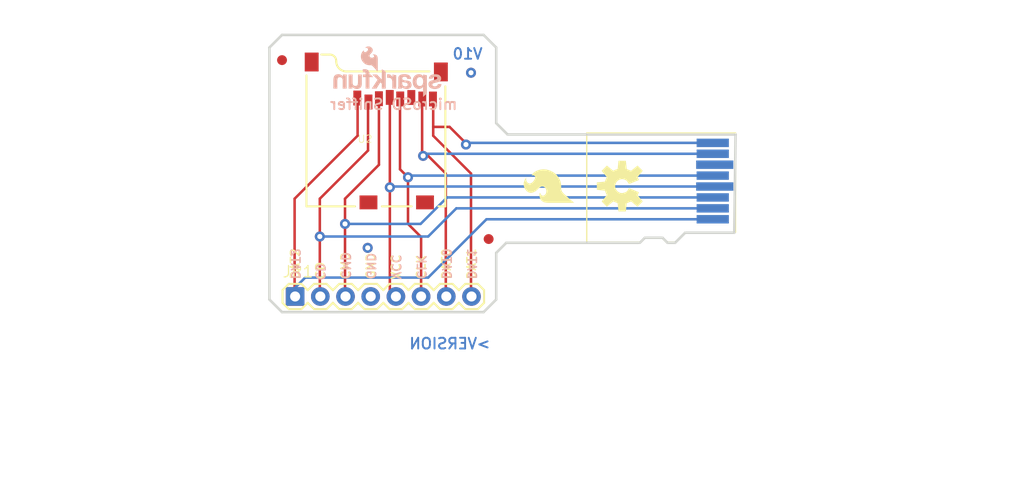
<source format=kicad_pcb>
(kicad_pcb (version 20211014) (generator pcbnew)
  (layers (0 "F.Cu" signal) (1 "In1.Cu" signal) (2 "In2.Cu" signal) (3 "In3.Cu" signal) (4 "In4.Cu" signal) (5 "In5.Cu" signal) (6 "In6.Cu" signal) (7 "In7.Cu" signal) (8 "In8.Cu" signal) (9 "In9.Cu" signal) (10 "In10.Cu" signal) (11 "In11.Cu" signal) (12 "In12.Cu" signal) (13 "In13.Cu" signal) (14 "In14.Cu" signal) (31 "B.Cu" signal) (34 "B.Paste" user) (35 "F.Paste" user) (36 "B.SilkS" user "B.Silkscreen") (37 "F.SilkS" user "F.Silkscreen") (38 "B.Mask" user) (39 "F.Mask" user) (44 "Edge.Cuts" user))
  (net 0 "")
  (net 1 "GND")
  (net 2 "VCC")
  (net 3 "DAT1")
  (net 4 "DAT0")
  (net 5 "CLK")
  (net 6 "CMD")
  (net 7 "CD/DAT3")
  (net 8 "DAT2")
  (footprint "boardEagle:MICRO-SDCARD" (layer "F.Cu") (at 171.9961 111.0742 90)
    (fp_text reference "U1" hide)
    (fp_text value "MICRO-SDCARD" hide)
    (fp_line (start -0.84 -6) (end 0.16 -5) (layer "F.SilkS") (width 0.127))
    (fp_line (start -0.84 -15) (end -0.84 -9.6) (layer "F.SilkS") (width 0.127))
    (fp_line (start -0.84 -7) (end -0.84 -6) (layer "F.SilkS") (width 0.127))
    (fp_line (start 10.16 0) (end 10.16 -15) (layer "F.SilkS") (width 0.127))
    (fp_line (start -0.44 -7.4) (end -0.84 -7) (layer "F.SilkS") (width 0.127))
    (fp_line (start -0.84 -9.6) (end -0.44 -9.2) (layer "F.SilkS") (width 0.127))
    (fp_line (start 10.16 -15) (end -0.84 -15) (layer "F.SilkS") (width 0.127))
    (fp_line (start 0.16 0) (end 10.16 0) (layer "F.SilkS") (width 0.127))
    (fp_line (start -0.44 -9.2) (end -0.44 -7.4) (layer "F.SilkS") (width 0.127))
    (fp_line (start 0.16 -5) (end 0.16 0) (layer "F.SilkS") (width 0.127))
    (pad "CD/DAT3" smd rect (at 2.56 -2.3 90) (size 0.85 3.25) (layers "B.Cu" "B.Paste" "B.Mask") (net 7 "CD/DAT3"))
    (pad "CLK" smd rect (at 5.86 -2.3 90) (size 0.85 3.25) (layers "B.Cu" "B.Paste" "B.Mask") (net 5 "CLK"))
    (pad "CMD" smd rect (at 3.66 -2.3 90) (size 0.85 3.25) (layers "B.Cu" "B.Paste" "B.Mask") (net 6 "CMD"))
    (pad "DAT0" smd rect (at 8.06 -2.3 90) (size 0.85 3.25) (layers "B.Cu" "B.Paste" "B.Mask") (net 4 "DAT0"))
    (pad "DAT1" smd rect (at 9.16 -2.3 90) (size 0.85 3.25) (layers "B.Cu" "B.Paste" "B.Mask") (net 3 "DAT1"))
    (pad "DAT2" smd rect (at 1.46 -2.3 90) (size 0.85 3.25) (layers "B.Cu" "B.Paste" "B.Mask") (net 8 "DAT2"))
    (pad "GND" smd rect (at 6.96 -2.1 270) (size 0.85 3.75) (layers "B.Cu" "B.Paste" "B.Mask") (net 1 "GND"))
    (pad "VCC" smd rect (at 4.76 -2.1 90) (size 0.85 3.75) (layers "B.Cu" "B.Paste" "B.Mask") (net 2 "VCC"))
  )
  (footprint "boardEagle:OSHW-LOGO-M" (layer "F.Cu") (at 160.5661 106.2736 90)
    (fp_text reference "LOGO1" hide)
    (fp_text value "OSHW-LOGOM" hide)
    (fp_poly (pts (xy 0.456253 -1.731155) (xy 0.686517 -1.657461) (xy 0.90147 -1.546765) (xy 1.544319 -2.070947) (xy 2.070947 -1.544319) (xy 1.546765 -0.90147) (xy 1.657461 -0.686517) (xy 1.731155 -0.456253) (xy 2.5564 -0.372471) (xy 2.5564 0.372471) (xy 1.726849 0.456691) (xy 1.54403 0.898116) (xy 2.070947 1.544319) (xy 1.544319 2.070947) (xy 0.901485 1.546777) (xy 0.619704 1.692011) (xy 0.20689 0.695413) (xy 0.531536 0.463602) (xy 0.620727 0.335903) (xy 0.680465 0.187343) (xy 0.705181 0.029147) (xy 0.693603 -0.130552) (xy 0.646327 -0.283537) (xy 0.56579 -0.421919) (xy 0.456131 -0.538592) (xy 0.322994 -0.627547) (xy 0.173234 -0.684204) (xy 0.014564 -0.705647) (xy -0.144865 -0.690774) (xy -0.296837 -0.64035) (xy -0.433527 -0.556972) (xy -0.547914 -0.444923) (xy -0.634099 -0.309982) (xy -0.68765 -0.159084) (xy -0.705283 -0.004638) (xy -0.626355 0.324166) (xy -0.536691 0.458355) (xy -0.414859 0.570967) (xy -0.204203 0.688924) (xy -0.618435 1.688948) (xy -0.821394 1.594769) (xy -0.90323 1.5482) (xy -1.544319 2.070947) (xy -2.070947 1.544319) (xy -1.54403 0.898116) (xy -1.726849 0.456691) (xy -2.5564 0.372471) (xy -2.5564 -0.372471) (xy -1.726849 -0.456691) (xy -1.54403 -0.898116) (xy -2.070947 -1.544319) (xy -1.544319 -2.070947) (xy -0.90147 -1.546765) (xy -0.686517 -1.657461) (xy -0.456253 -1.731155) (xy -0.372471 -2.5564) (xy 0.372471 -2.5564)) (layer "F.SilkS") (width 0) (fill solid))
  )
  (footprint "boardEagle:SFE_LOGO_FLAME_.2" (layer "F.Cu") (at 155.9941 108.3056 90)
    (fp_text reference "LOGO2" hide)
    (fp_text value "SFE_LOGO_FLAME.2_INCH" hide)
    (fp_poly (pts (xy 2.350408 -5.352523) (xy 2.530814 -5.30241) (xy 2.681118 -5.242289) (xy 2.801381 -5.172135) (xy 2.871448 -5.122087) (xy 2.908389 -5.09746) (xy 2.889687 -5.09746) (xy 2.849688 -5.10746) (xy 2.720136 -5.10746) (xy 2.630453 -5.097495) (xy 2.550888 -5.077604) (xy 2.471429 -5.037874) (xy 2.39184 -4.968234) (xy 2.352152 -4.918625) (xy 2.322316 -4.858952) (xy 2.30246 -4.809312) (xy 2.292575 -4.75) (xy 2.302481 -4.690561) (xy 2.322333 -4.621079) (xy 2.362134 -4.561378) (xy 2.412001 -4.481591) (xy 2.461723 -4.431869) (xy 2.531572 -4.371998) (xy 2.671313 -4.272184) (xy 2.750927 -4.232377) (xy 2.890355 -4.19254) (xy 2.959477 -4.19254) (xy 3.028551 -4.222143) (xy 3.077983 -4.271575) (xy 3.107574 -4.320894) (xy 3.127418 -4.439957) (xy 3.11746 -4.489748) (xy 3.11746 -4.554583) (xy 3.281592 -4.452001) (xy 3.452057 -4.281535) (xy 3.582326 -4.041038) (xy 3.682475 -3.760623) (xy 3.732551 -3.430119) (xy 3.71252 -3.079583) (xy 3.612378 -2.71907) (xy 3.422151 -2.348628) (xy 3.281933 -2.168348) (xy 3.13171 -2.00811) (xy 2.961453 -1.877913) (xy 2.771205 -1.757757) (xy 2.570861 -1.667602) (xy 2.350494 -1.607502) (xy 2.110158 -1.57746) (xy 1.720342 -1.57746) (xy 1.610861 -1.547602) (xy 1.501268 -1.497787) (xy 1.401581 -1.428006) (xy 1.301749 -1.338157) (xy 1.191873 -1.228281) (xy 1.081901 -1.098315) (xy 0.951861 -0.958272) (xy 0.831866 -0.828277) (xy 0.721916 -0.708332) (xy 0.62192 -0.588337) (xy 0.531948 -0.488367) (xy 0.461968 -0.398393) (xy 0.401865 -0.328273) (xy 0.362088 -0.288496) (xy 0.34746 -0.25924) (xy 0.34746 -2.840067) (xy 0.357468 -3.030225) (xy 0.377504 -3.190509) (xy 0.417635 -3.330969) (xy 0.477869 -3.441397) (xy 0.548092 -3.531684) (xy 0.628382 -3.611974) (xy 0.718811 -3.67226) (xy 0.819192 -3.712412) (xy 0.929416 -3.742474) (xy 1.029748 -3.76254) (xy 1.210181 -3.76254) (xy 1.280661 -3.752471) (xy 1.330863 -3.73239) (xy 1.360413 -3.72254) (xy 1.376132 -3.72254) (xy 1.361505 -3.707912) (xy 1.341136 -3.697728) (xy 1.301041 -3.677681) (xy 1.251257 -3.657767) (xy 1.211552 -3.627989) (xy 1.161697 -3.588105) (xy 1.121924 -3.548332) (xy 1.09228 -3.508806) (xy 1.07254 -3.449587) (xy 1.07254 -3.380355) (xy 1.092377 -3.310927) (xy 1.122088 -3.251504) (xy 1.181723 -3.191869) (xy 1.251276 -3.132252) (xy 1.340734 -3.102433) (xy 1.450342 -3.07254) (xy 1.609645 -3.07254) (xy 1.748921 -3.112333) (xy 1.868325 -3.191936) (xy 1.957737 -3.291282) (xy 1.99746 -3.420383) (xy 1.99746 -3.559436) (xy 1.927848 -3.708605) (xy 1.79814 -3.858268) (xy 1.628085 -4.028323) (xy 1.497836 -4.198649) (xy 1.407627 -4.379066) (xy 1.35746 -4.549634) (xy 1.35746 -4.720435) (xy 1.417717 -4.891162) (xy 1.528109 -5.051733) (xy 1.69859 -5.192129) (xy 1.929117 -5.312404) (xy 2.149778 -5.362554)) (layer "F.SilkS") (width 0) (fill solid))
  )
  (footprint "boardEagle:1X08" (layer "F.Cu") (at 127.5969 117.3988)
    (fp_text reference "JP1" (at -1.3462 -1.8288) (layer "F.SilkS") (effects (font (size 1.143 1.143) (thickness 0.127)) (justify left bottom)))
    (fp_text value "")
    (fp_line (start 17.145 -1.27) (end 18.415 -1.27) (layer "F.SilkS") (width 0.2032))
    (fp_line (start 9.525 -1.27) (end 10.795 -1.27) (layer "F.SilkS") (width 0.2032))
    (fp_line (start 11.43 0.635) (end 10.795 1.27) (layer "F.SilkS") (width 0.2032))
    (fp_line (start 1.905 -1.27) (end 3.175 -1.27) (layer "F.SilkS") (width 0.2032))
    (fp_line (start 15.875 -1.27) (end 16.51 -0.635) (layer "F.SilkS") (width 0.2032))
    (fp_line (start 12.065 1.27) (end 11.43 0.635) (layer "F.SilkS") (width 0.2032))
    (fp_line (start -0.635 -1.27) (end 0.635 -1.27) (layer "F.SilkS") (width 0.2032))
    (fp_line (start 13.97 0.635) (end 13.335 1.27) (layer "F.SilkS") (width 0.2032))
    (fp_line (start 6.35 0.635) (end 5.715 1.27) (layer "F.SilkS") (width 0.2032))
    (fp_line (start 4.445 1.27) (end 3.81 0.635) (layer "F.SilkS") (width 0.2032))
    (fp_line (start 17.145 -1.27) (end 16.51 -0.635) (layer "F.SilkS") (width 0.2032))
    (fp_line (start 3.81 -0.635) (end 4.445 -1.27) (layer "F.SilkS") (width 0.2032))
    (fp_line (start 15.875 1.27) (end 14.605 1.27) (layer "F.SilkS") (width 0.2032))
    (fp_line (start 13.97 0.635) (end 14.605 1.27) (layer "F.SilkS") (width 0.2032))
    (fp_line (start 5.715 -1.27) (end 6.35 -0.635) (layer "F.SilkS") (width 0.2032))
    (fp_line (start 3.175 -1.27) (end 3.81 -0.635) (layer "F.SilkS") (width 0.2032))
    (fp_line (start 10.795 -1.27) (end 11.43 -0.635) (layer "F.SilkS") (width 0.2032))
    (fp_line (start 16.51 0.635) (end 15.875 1.27) (layer "F.SilkS") (width 0.2032))
    (fp_line (start 3.175 1.27) (end 1.905 1.27) (layer "F.SilkS") (width 0.2032))
    (fp_line (start 14.605 -1.27) (end 13.97 -0.635) (layer "F.SilkS") (width 0.2032))
    (fp_line (start 9.525 1.27) (end 8.89 0.635) (layer "F.SilkS") (width 0.2032))
    (fp_line (start 8.89 -0.635) (end 9.525 -1.27) (layer "F.SilkS") (width 0.2032))
    (fp_line (start 18.415 1.27) (end 17.145 1.27) (layer "F.SilkS") (width 0.2032))
    (fp_line (start 14.605 -1.27) (end 15.875 -1.27) (layer "F.SilkS") (width 0.2032))
    (fp_line (start 0.635 1.27) (end -0.635 1.27) (layer "F.SilkS") (width 0.2032))
    (fp_line (start 0.635 -1.27) (end 1.27 -0.635) (layer "F.SilkS") (width 0.2032))
    (fp_line (start 8.89 0.635) (end 8.255 1.27) (layer "F.SilkS") (width 0.2032))
    (fp_line (start 1.27 -0.635) (end 1.905 -1.27) (layer "F.SilkS") (width 0.2032))
    (fp_line (start 8.255 -1.27) (end 8.89 -0.635) (layer "F.SilkS") (width 0.2032))
    (fp_line (start 19.05 0.635) (end 18.415 1.27) (layer "F.SilkS") (width 0.2032))
    (fp_line (start 18.415 -1.27) (end 19.05 -0.635) (layer "F.SilkS") (width 0.2032))
    (fp_line (start 13.335 -1.27) (end 13.97 -0.635) (layer "F.SilkS") (width 0.2032))
    (fp_line (start 6.985 -1.27) (end 8.255 -1.27) (layer "F.SilkS") (width 0.2032))
    (fp_line (start 11.43 -0.635) (end 12.065 -1.27) (layer "F.SilkS") (width 0.2032))
    (fp_line (start 1.905 1.27) (end 1.27 0.635) (layer "F.SilkS") (width 0.2032))
    (fp_line (start 8.255 1.27) (end 6.985 1.27) (layer "F.SilkS") (width 0.2032))
    (fp_line (start 4.445 -1.27) (end 5.715 -1.27) (layer "F.SilkS") (width 0.2032))
    (fp_line (start 12.065 -1.27) (end 13.335 -1.27) (layer "F.SilkS") (width 0.2032))
    (fp_line (start 1.27 0.635) (end 0.635 1.27) (layer "F.SilkS") (width 0.2032))
    (fp_line (start -0.635 -1.27) (end -1.27 -0.635) (layer "F.SilkS") (width 0.2032))
    (fp_line (start 3.81 0.635) (end 3.175 1.27) (layer "F.SilkS") (width 0.2032))
    (fp_line (start 5.715 1.27) (end 4.445 1.27) (layer "F.SilkS") (width 0.2032))
    (fp_line (start 19.05 -0.635) (end 19.05 0.635) (layer "F.SilkS") (width 0.2032))
    (fp_line (start 10.795 1.27) (end 9.525 1.27) (layer "F.SilkS") (width 0.2032))
    (fp_line (start 13.335 1.27) (end 12.065 1.27) (layer "F.SilkS") (width 0.2032))
    (fp_line (start 6.35 0.635) (end 6.985 1.27) (layer "F.SilkS") (width 0.2032))
    (fp_line (start 16.51 0.635) (end 17.145 1.27) (layer "F.SilkS") (width 0.2032))
    (fp_line (start -1.27 -0.635) (end -1.27 0.635) (layer "F.SilkS") (width 0.2032))
    (fp_line (start 6.985 -1.27) (end 6.35 -0.635) (layer "F.SilkS") (width 0.2032))
    (fp_line (start -1.27 0.635) (end -0.635 1.27) (layer "F.SilkS") (width 0.2032))
    (pad "1" thru_hole rect (at 0 0 90) (size 1.8796 1.8796) (drill 1.016) (layers *.Cu *.Mask) (net 8 "DAT2"))
    (pad "2" thru_hole circle (at 2.54 0 90) (size 1.8796 1.8796) (drill 1.016) (layers *.Cu *.Mask) (net 7 "CD/DAT3"))
    (pad "3" thru_hole circle (at 5.08 0 90) (size 1.8796 1.8796) (drill 1.016) (layers *.Cu *.Mask) (net 6 "CMD"))
    (pad "4" thru_hole circle (at 7.62 0 90) (size 1.8796 1.8796) (drill 1.016) (layers *.Cu *.Mask) (net 1 "GND"))
    (pad "5" thru_hole circle (at 10.16 0 90) (size 1.8796 1.8796) (drill 1.016) (layers *.Cu *.Mask) (net 2 "VCC"))
    (pad "6" thru_hole circle (at 12.7 0 90) (size 1.8796 1.8796) (drill 1.016) (layers *.Cu *.Mask) (net 5 "CLK"))
    (pad "7" thru_hole circle (at 15.24 0 90) (size 1.8796 1.8796) (drill 1.016) (layers *.Cu *.Mask) (net 4 "DAT0"))
    (pad "8" thru_hole circle (at 17.78 0 90) (size 1.8796 1.8796) (drill 1.016) (layers *.Cu *.Mask) (net 3 "DAT1"))
  )
  (footprint "boardEagle:MICROSD_1_1" (layer "F.Cu") (at 128.770381 108.313222)
    (fp_text reference "U2" (at 5.08 -6.35) (layer "F.SilkS") (effects (font (size 0.747776 0.747776) (thickness 0.065024)) (justify left bottom)))
    (fp_text value "microSD Socket")
    (fp_line (start -0.03 0) (end -0.03 -13.2) (layer "F.SilkS") (width 0.2032))
    (fp_line (start 2.27 -15.3) (end 1.47 -15.3) (layer "F.SilkS") (width 0.2032))
    (fp_line (start 10.57 0) (end 7.57 0) (layer "F.SilkS") (width 0.2032))
    (fp_line (start 13.97 0) (end 13.27 0) (layer "F.SilkS") (width 0.2032))
    (fp_line (start -0.03 0) (end 4.87 0) (layer "F.SilkS") (width 0.2032))
    (fp_line (start 13.97 -12.1) (end 13.97 0) (layer "F.SilkS") (width 0.2032))
    (fp_line (start 3.97 -13.6) (end 12.37 -13.6) (layer "F.SilkS") (width 0.2032))
    (fp_arc (start 3.969998 -13.6) (mid 3.269999 -13.9) (end 2.97 -14.6) (layer "F.SilkS") (width 0.2032))
    (fp_arc (start 2.27 -15.3) (mid 2.780977 -15.110977) (end 2.97 -14.6) (layer "F.SilkS") (width 0.2032))
    (pad "1" smd rect (at 5.095784 -10.919203) (size 0.8 1.5) (layers "F.Cu" "F.Paste" "F.Mask") (net 8 "DAT2"))
    (pad "2" smd rect (at 6.217631 -10.519456) (size 0.8 1.5) (layers "F.Cu" "F.Paste" "F.Mask") (net 7 "CD/DAT3"))
    (pad "3" smd rect (at 7.273687 -10.853415) (size 0.8 1.5) (layers "F.Cu" "F.Paste" "F.Mask") (net 6 "CMD"))
    (pad "4" smd rect (at 8.366575 -10.982296) (size 0.8 1.5) (layers "F.Cu" "F.Paste" "F.Mask") (net 2 "VCC"))
    (pad "5" smd rect (at 9.420856 -10.828015) (size 0.8 1.5) (layers "F.Cu" "F.Paste" "F.Mask") (net 5 "CLK"))
    (pad "6" smd rect (at 10.539143 -10.973153) (size 0.8 1.5) (layers "F.Cu" "F.Paste" "F.Mask") (net 1 "GND"))
    (pad "7" smd rect (at 11.648287 -10.818871) (size 0.8 1.5) (layers "F.Cu" "F.Paste" "F.Mask") (net 4 "DAT0"))
    (pad "8" smd rect (at 12.720856 -10.818871) (size 0.8 1.5) (layers "F.Cu" "F.Paste" "F.Mask") (net 3 "DAT1"))
    (pad "CD1" smd rect (at 11.92 -0.4) (size 1.8 1.4) (layers "F.Cu" "F.Paste" "F.Mask") (net 1 "GND"))
    (pad "CD2" smd rect (at 6.22 -0.4) (size 1.8 1.4) (layers "F.Cu" "F.Paste" "F.Mask") (net 1 "GND"))
    (pad "GND1" smd rect (at 0.497 -14.55) (size 1.4 1.9) (layers "F.Cu" "F.Paste" "F.Mask") (net 1 "GND"))
    (pad "GND3" smd rect (at 13.52 -13.55) (size 1.4 1.9) (layers "F.Cu" "F.Paste" "F.Mask") (net 1 "GND"))
  )
  (footprint "boardEagle:FIDUCIAL-1X2" (layer "F.Cu") (at 147.1041 111.6076)
    (fp_text reference "FID2" hide)
    (fp_text value "FIDUCIAL1X2" hide)
    (pad "1" smd roundrect (at 0 0) (size 1 1) (layers "F.Cu" "F.Mask") (roundrect_rratio 0.5))
  )
  (footprint "boardEagle:CREATIVE_COMMONS" (layer "F.Cu") (at 118.166622 132.9436)
    (fp_text reference "FRAME1" hide)
    (fp_text value "" hide)
    (fp_text user ">VERSION" (at 29.21 -10.16) (layer "B.Cu") (effects (font (size 1.0795 1.0795) (thickness 0.1905)) (justify left bottom mirror)))
  )
  (footprint "boardEagle:FIDUCIAL-1X2" (layer "F.Cu") (at 126.2761 93.5736)
    (fp_text reference "FID1" hide)
    (fp_text value "FIDUCIAL1X2" hide)
    (pad "1" smd roundrect (at 0 0) (size 1 1) (layers "F.Cu" "F.Mask") (roundrect_rratio 0.5))
  )
  (footprint "boardEagle:SFE_LOGO_NAME_FLAME_.1" (layer "B.Cu") (at 142.7861 97.3836 180)
    (fp_text reference "LOGO3" hide)
    (fp_text value "SFE_LOGO_NAME_FLAME.1_INCH" hide)
    (fp_poly (pts (xy 2.850522 2.382511) (xy 2.991123 2.332296) (xy 3.101656 2.261957) (xy 3.192029 2.161542) (xy 3.262327 2.051075) (xy 3.30246 1.920641) (xy 3.332522 1.780352) (xy 3.34272 1.627389) (xy 2.94746 1.637524) (xy 2.94746 1.729845) (xy 2.937517 1.809388) (xy 2.907648 1.889039) (xy 2.87781 1.958661) (xy 2.828285 2.018091) (xy 2.768789 2.057755) (xy 2.699342 2.087518) (xy 2.610018 2.097443) (xy 2.530612 2.087517) (xy 2.451271 2.057764) (xy 2.401787 2.018177) (xy 2.35219 1.958661) (xy 2.322352 1.889039) (xy 2.292483 1.809388) (xy 2.28254 1.729845) (xy 2.28254 1.560312) (xy 2.322414 1.400818) (xy 2.352143 1.331449) (xy 2.401716 1.281876) (xy 2.461214 1.232295) (xy 2.530494 1.2125) (xy 2.619982 1.202557) (xy 2.699531 1.212501) (xy 2.778821 1.232323) (xy 2.838177 1.281787) (xy 2.8778 1.331315) (xy 2.908702 1.403418) (xy 3.253521 1.24115) (xy 3.192055 1.128463) (xy 3.101655 1.038063) (xy 2.991176 0.957715) (xy 2.870575 0.917514) (xy 2.719958 0.897432) (xy 2.659582 0.907495) (xy 2.599582 0.917495) (xy 2.539206 0.927557) (xy 2.478777 0.957772) (xy 2.428693 0.987822) (xy 2.378302 1.018057) (xy 2.338017 1.068413) (xy 2.298779 1.11746) (xy 2.29254 1.11746) (xy 2.29254 0.093868) (xy 2.198303 0.188105) (xy 2.098413 0.268017) (xy 2.048303 0.308104) (xy 1.998204 0.358204) (xy 1.958303 0.398105) (xy 1.90746 0.438779) (xy 1.90746 2.291983) (xy 1.949443 2.302479) (xy 1.999748 2.31254) (xy 2.049688 2.31254) (xy 2.089443 2.322479) (xy 2.139452 2.332481) (xy 2.179443 2.342479) (xy 2.229502 2.352491) (xy 2.28254 2.363098) (xy 2.28254 2.187241) (xy 2.318104 2.231697) (xy 2.358303 2.271896) (xy 2.408547 2.31209) (xy 2.458693 2.342178) (xy 2.509107 2.372426) (xy 2.569582 2.382505) (xy 2.62979 2.39254) (xy 2.700085 2.39254)) (layer "B.SilkS") (width 0) (fill solid))
    (fp_poly (pts (xy 5.901052 2.38254) (xy 5.91254 2.38254) (xy 5.91254 2.01746) (xy 5.8994 2.01746) (xy 5.8794 2.02746) (xy 5.770123 2.02746) (xy 5.670438 2.017492) (xy 5.590955 1.997621) (xy 5.521658 1.958022) (xy 5.472094 1.898545) (xy 5.432358 1.829007) (xy 5.412466 1.759386) (xy 5.39254 1.669719) (xy 5.39254 0.93746) (xy 4.99746 0.93746) (xy 4.99746 2.292082) (xy 5.049452 2.302481) (xy 5.089687 2.31254) (xy 5.139747 2.31254) (xy 5.189452 2.322481) (xy 5.229443 2.332479) (xy 5.279502 2.342491) (xy 5.329452 2.352481) (xy 5.37254 2.363253) (xy 5.37254 2.099564) (xy 5.407893 2.161432) (xy 5.448032 2.211607) (xy 5.498213 2.271823) (xy 5.548568 2.312107) (xy 5.618958 2.35233) (xy 5.679249 2.372427) (xy 5.749644 2.39254) (xy 5.891052 2.39254)) (layer "B.SilkS") (width 0) (fill solid))
    (fp_poly (pts (xy 4.320253 2.38254) (xy 4.380252 2.38254) (xy 4.430727 2.372445) (xy 4.480723 2.352446) (xy 4.530727 2.342445) (xy 4.581255 2.322234) (xy 4.621524 2.292032) (xy 4.661524 2.262032) (xy 4.701814 2.231814) (xy 4.732169 2.191341) (xy 4.752319 2.151041) (xy 4.772445 2.100727) (xy 4.78254 2.050252) (xy 4.78254 1.1806) (xy 4.79254 1.1606) (xy 4.79254 1.0706) (xy 4.80254 1.0506) (xy 4.80254 1.0306) (xy 4.81254 1.0106) (xy 4.81254 0.9806) (xy 4.822088 0.961504) (xy 4.83254 0.951052) (xy 4.83254 0.93746) (xy 4.43746 0.93746) (xy 4.43746 0.948948) (xy 4.42746 0.958948) (xy 4.42746 0.968948) (xy 4.41746 0.978948) (xy 4.41746 1.008948) (xy 4.40746 1.018948) (xy 4.40746 1.071611) (xy 4.391832 1.048168) (xy 4.361619 1.028027) (xy 4.341618 1.008026) (xy 4.311126 0.987698) (xy 4.281124 0.977697) (xy 4.251126 0.957698) (xy 4.220803 0.94759) (xy 4.160803 0.92759) (xy 4.130412 0.91746) (xy 4.100413 0.91746) (xy 4.070412 0.90746) (xy 4.030413 0.90746) (xy 4.000412 0.89746) (xy 3.889748 0.89746) (xy 3.839747 0.90746) (xy 3.789687 0.90746) (xy 3.749217 0.917578) (xy 3.698959 0.937681) (xy 3.658723 0.957799) (xy 3.628726 0.977797) (xy 3.588495 0.997912) (xy 3.558026 1.028382) (xy 3.537929 1.058528) (xy 3.507926 1.098532) (xy 3.487608 1.129009) (xy 3.477576 1.179169) (xy 3.45746 1.2194) (xy 3.45746 1.269747) (xy 3.447414 1.319977) (xy 3.467533 1.430632) (xy 3.49767 1.521042) (xy 3.538013 1.591642) (xy 3.60853 1.652086) (xy 3.678917 1.692307) (xy 3.759244 1.722429) (xy 3.83955 1.742506) (xy 3.931674 1.752742) (xy 4.013317 1.538428) (xy 3.980974 1.527647) (xy 3.961504 1.517912) (xy 3.951505 1.507912) (xy 3.931136 1.497728) (xy 3.911504 1.487912) (xy 3.901505 1.477912) (xy 3.881893 1.468107) (xy 3.85254 1.4094) (xy 3.85254 1.3894) (xy 3.84254 1.3694) (xy 3.84254 1.320413) (xy 3.85254 1.290412) (xy 3.85254 1.2706) (xy 3.862088 1.251504) (xy 3.872088 1.241505) (xy 3.881893 1.221893) (xy 3.901505 1.212088) (xy 3.911504 1.202088) (xy 3.9506 1.18254) (xy 3.9706 1.18254) (xy 3.9906 1.17254) (xy 4.0106 1.17254) (xy 4.0306 1.16254) (xy 4.079747 1.16254) (xy 4.129748 1.17254) (xy 4.1794 1.17254) (xy 4.219113 1.192397) (xy 4.258958 1.202357) (xy 4.288381 1.221973) (xy 4.308027 1.241619) (xy 4.328026 1.271618) (xy 4.34778 1.291372) (xy 4.367647 1.350974) (xy 4.377647 1.370974) (xy 4.38746 1.400413) (xy 4.38746 1.623868) (xy 4.371052 1.60746) (xy 4.3506 1.60746) (xy 4.3106 1.58746) (xy 4.2906 1.58746) (xy 4.2706 1.57746) (xy 4.228017 1.57746) (xy 4.17694 1.781767) (xy 4.249239 1.802424) (xy 4.308933 1.822322) (xy 4.358267 1.851922) (xy 4.38746 1.890847) (xy 4.38746 1.9994) (xy 4.357912 2.058496) (xy 4.347912 2.068495) (xy 4.338107 2.088107) (xy 4.2794 2.11746) (xy 4.2594 2.11746) (xy 4.2394 2.12746) (xy 4.0606 2.12746) (xy 3.961504 2.077912) (xy 3.922088 2.038496) (xy 3.912353 2.019026) (xy 3.902353 1.989026) (xy 3.89254 1.9694) (xy 3.89254 1.91746) (xy 3.497002 1.91746) (xy 3.507495 1.980418) (xy 3.517527 2.040614) (xy 3.537721 2.101194) (xy 3.567889 2.141419) (xy 3.597889 2.191419) (xy 3.628186 2.231814) (xy 3.668581 2.262111) (xy 3.718693 2.292178) (xy 3.768868 2.322283) (xy 3.819273 2.342445) (xy 3.869347 2.35246) (xy 3.929386 2.372473) (xy 3.989522 2.382495) (xy 4.039748 2.39254) (xy 4.270252 2.39254)) (layer "B.SilkS") (width 0) (fill solid))
    (fp_poly (pts (xy 7.950848 5.162395) (xy 8.031017 5.132331) (xy 8.091341 5.102169) (xy 8.131668 5.071924) (xy 8.146132 5.05746) (xy 8.109588 5.05746) (xy 8.079587 5.06746) (xy 8.050312 5.06746) (xy 8.010557 5.057521) (xy 7.960831 5.047576) (xy 7.92134 5.02783) (xy 7.881871 4.998229) (xy 7.862303 4.968876) (xy 7.852353 4.939026) (xy 7.842353 4.919026) (xy 7.832678 4.89) (xy 7.842441 4.860711) (xy 7.852357 4.821042) (xy 7.872201 4.791277) (xy 7.892088 4.751504) (xy 7.921619 4.721973) (xy 7.951468 4.702074) (xy 7.991472 4.672071) (xy 8.021274 4.652203) (xy 8.1006 4.61254) (xy 8.169587 4.61254) (xy 8.198876 4.622303) (xy 8.227865 4.641629) (xy 8.24746 4.700413) (xy 8.24746 4.78411) (xy 8.331573 4.742053) (xy 8.412067 4.651498) (xy 8.482313 4.531076) (xy 8.53246 4.390665) (xy 8.562553 4.230166) (xy 8.552521 4.049585) (xy 8.502367 3.86903) (xy 8.402125 3.688595) (xy 8.331908 3.598316) (xy 8.251736 3.518144) (xy 8.171502 3.447939) (xy 8.071132 3.387717) (xy 7.970808 3.347588) (xy 7.860544 3.317516) (xy 7.74021 3.29746) (xy 7.550208 3.29746) (xy 7.490894 3.287574) (xy 7.441452 3.257909) (xy 7.341787 3.178177) (xy 7.291878 3.118285) (xy 7.231796 3.058204) (xy 7.161945 2.988353) (xy 7.111945 2.918353) (xy 7.051876 2.858284) (xy 7.001878 2.798285) (xy 6.951924 2.748332) (xy 6.921924 2.708332) (xy 6.891973 2.678381) (xy 6.871359 2.64746) (xy 6.85746 2.64746) (xy 6.85746 3.930141) (xy 6.867476 4.02028) (xy 6.877505 4.110548) (xy 6.897647 4.170974) (xy 6.927772 4.231223) (xy 6.958149 4.281851) (xy 7.008581 4.312111) (xy 7.048745 4.342234) (xy 7.099057 4.362358) (xy 7.149312 4.38246) (xy 7.20979 4.39254) (xy 7.290313 4.39254) (xy 7.330312 4.38254) (xy 7.3506 4.38254) (xy 7.374288 4.370696) (xy 7.361505 4.357912) (xy 7.341136 4.347728) (xy 7.320974 4.337647) (xy 7.291372 4.32778) (xy 7.251973 4.288381) (xy 7.232303 4.258876) (xy 7.22254 4.229587) (xy 7.22254 4.200413) (xy 7.232353 4.170974) (xy 7.252088 4.131504) (xy 7.281619 4.101973) (xy 7.311189 4.08226) (xy 7.360723 4.062446) (xy 7.410253 4.05254) (xy 7.489688 4.05254) (xy 7.568958 4.072357) (xy 7.628263 4.111894) (xy 7.667733 4.161232) (xy 7.68746 4.220413) (xy 7.68746 4.289477) (xy 7.657823 4.358629) (xy 7.588088 4.438327) (xy 7.588089 4.438328) (xy 7.508095 4.52832) (xy 7.437911 4.608531) (xy 7.387601 4.699089) (xy 7.36746 4.789721) (xy 7.36746 4.870412) (xy 7.397711 4.961166) (xy 7.448099 5.031709) (xy 7.538529 5.112091) (xy 7.649143 5.172426) (xy 7.759771 5.19254) (xy 7.860412 5.19254)) (layer "B.SilkS") (width 0) (fill solid))
    (fp_poly (pts (xy 1.310594 2.372474) (xy 1.410884 2.342387) (xy 1.501294 2.302204) (xy 1.581814 2.241814) (xy 1.642169 2.161341) (xy 1.692443 2.060794) (xy 1.712998 1.93746) (xy 1.337918 1.93746) (xy 1.327554 1.989277) (xy 1.30774 2.038811) (xy 1.288169 2.068169) (xy 1.258726 2.087797) (xy 1.218952 2.107684) (xy 1.169512 2.12746) (xy 1.000413 2.12746) (xy 0.970711 2.117559) (xy 0.930716 2.107561) (xy 0.901629 2.097865) (xy 0.86254 2.039232) (xy 0.86254 2.000312) (xy 0.87234 1.961114) (xy 0.901814 1.921814) (xy 0.94134 1.89217) (xy 1.000974 1.862353) (xy 1.060568 1.842488) (xy 1.140467 1.832501) (xy 1.220616 1.812464) (xy 1.38056 1.772478) (xy 1.470926 1.752396) (xy 1.54126 1.712205) (xy 1.611454 1.672094) (xy 1.671909 1.621715) (xy 1.712243 1.561215) (xy 1.742483 1.490655) (xy 1.752562 1.399946) (xy 1.732472 1.269367) (xy 1.692258 1.158778) (xy 1.631873 1.078263) (xy 1.551427 1.007874) (xy 1.450911 0.957616) (xy 1.340544 0.927516) (xy 1.220315 0.907477) (xy 1.1 0.897451) (xy 0.979685 0.907477) (xy 0.859456 0.927516) (xy 0.749089 0.957616) (xy 0.648573 1.007874) (xy 0.568144 1.078249) (xy 0.497775 1.168724) (xy 0.457534 1.269327) (xy 0.437039 1.40254) (xy 0.81254 1.40254) (xy 0.81254 1.340488) (xy 0.832233 1.291257) (xy 0.861814 1.251814) (xy 0.941029 1.192403) (xy 1.000458 1.182499) (xy 1.050478 1.172495) (xy 1.109896 1.162592) (xy 1.149687 1.17254) (xy 1.189688 1.17254) (xy 1.229112 1.182396) (xy 1.26866 1.20217) (xy 1.308332 1.231924) (xy 1.337707 1.261299) (xy 1.357382 1.34) (xy 1.347604 1.379112) (xy 1.327996 1.418328) (xy 1.288581 1.447889) (xy 1.238933 1.477678) (xy 1.179284 1.497561) (xy 1.019452 1.537519) (xy 0.919475 1.557515) (xy 0.829275 1.577559) (xy 0.749053 1.607642) (xy 0.678866 1.637723) (xy 0.608664 1.677838) (xy 0.548168 1.718168) (xy 0.507757 1.778785) (xy 0.477517 1.849345) (xy 0.467448 1.939965) (xy 0.4775 2.06059) (xy 0.517803 2.161346) (xy 0.588209 2.24181) (xy 0.658584 2.302132) (xy 0.759168 2.352424) (xy 0.859524 2.372495) (xy 0.969771 2.39254) (xy 1.200229 2.39254)) (layer "B.SilkS") (width 0) (fill solid))
    (fp_poly (pts (xy 6.45254 1.85631) (xy 6.938918 2.36254) (xy 7.406216 2.36254) (xy 6.873268 1.839648) (xy 7.464702 0.93746) (xy 6.988585 0.93746) (xy 6.59947 1.566031) (xy 6.45254 1.428896) (xy 6.45254 0.93746) (xy 6.05746 0.93746) (xy 6.05746 2.681517) (xy 6.45254 2.894253)) (layer "B.SilkS") (width 0) (fill solid))
    (fp_poly (pts (xy 8.85254 1.560155) (xy 8.872514 1.400367) (xy 8.882403 1.341029) (xy 8.941733 1.261922) (xy 8.990929 1.232405) (xy 9.040478 1.222495) (xy 9.100052 1.212566) (xy 9.179633 1.222514) (xy 9.239106 1.232426) (xy 9.288426 1.262017) (xy 9.327912 1.301504) (xy 9.357692 1.361064) (xy 9.387525 1.430674) (xy 9.39746 1.510155) (xy 9.39746 2.36254) (xy 9.79254 2.36254) (xy 9.79254 0.93746) (xy 9.41746 0.93746) (xy 9.41746 1.13746) (xy 9.411359 1.13746) (xy 9.372052 1.078499) (xy 9.331807 1.028193) (xy 9.281377 0.987848) (xy 9.221041 0.957681) (xy 9.170874 0.937614) (xy 9.110586 0.917518) (xy 9.040394 0.907491) (xy 8.98012 0.897445) (xy 8.839465 0.907492) (xy 8.728943 0.947682) (xy 8.638542 0.997904) (xy 8.568001 1.058368) (xy 8.517646 1.149007) (xy 8.487526 1.249406) (xy 8.46746 1.359771) (xy 8.46746 2.36254) (xy 8.85254 2.36254)) (layer "B.SilkS") (width 0) (fill solid))
    (fp_poly (pts (xy 10.950429 2.382516) (xy 11.060965 2.35237) (xy 11.151545 2.302048) (xy 11.222001 2.231592) (xy 11.272335 2.151057) (xy 11.302474 2.050594) (xy 11.322522 1.940325) (xy 11.33254 1.810098) (xy 11.33254 0.93746) (xy 10.93746 0.93746) (xy 10.93746 1.739845) (xy 10.92748 1.819685) (xy 10.917491 1.889606) (xy 10.907574 1.949106) (xy 10.877889 1.998581) (xy 10.848267 2.038078) (xy 10.799071 2.067595) (xy 10.749522 2.077505) (xy 10.689948 2.087434) (xy 10.610367 2.077487) (xy 10.550894 2.067574) (xy 10.501698 2.038056) (xy 10.462091 1.988548) (xy 10.432269 1.938844) (xy 10.402482 1.869342) (xy 10.39254 1.779864) (xy 10.39254 0.93746) (xy 9.99746 0.93746) (xy 9.99746 2.36254) (xy 10.37254 2.36254) (xy 10.37254 2.16254) (xy 10.378641 2.16254) (xy 10.418026 2.221618) (xy 10.458303 2.261896) (xy 10.508499 2.302052) (xy 10.568874 2.342302) (xy 10.629197 2.36241) (xy 10.689386 2.382473) (xy 10.74979 2.39254) (xy 10.810091 2.39254)) (layer "B.SilkS") (width 0) (fill solid))
    (fp_poly (pts (xy 3.342723 1.632471) (xy 3.332519 1.489622) (xy 3.302427 1.35922) (xy 3.251323 1.23657) (xy 2.906799 1.398699) (xy 2.937517 1.480613) (xy 2.94746 1.560155) (xy 2.94746 1.642606)) (layer "B.SilkS") (width 0) (fill solid))
    (fp_poly (pts (xy 4.232958 1.578639) (xy 4.2106 1.56746) (xy 4.190413 1.56746) (xy 4.160412 1.55746) (xy 4.120413 1.55746) (xy 4.090412 1.54746) (xy 4.0506 1.54746) (xy 4.0306 1.53746) (xy 4.00825 1.53746) (xy 3.926458 1.752162) (xy 4.01972 1.762524) (xy 4.10968 1.77252) (xy 4.181909 1.782838)) (layer "B.SilkS") (width 0) (fill solid))
    (fp_poly (pts (xy 8.37254 2.88157) (xy 8.37254 2.59746) (xy 8.200312 2.59746) (xy 8.160888 2.587604) (xy 8.121739 2.568029) (xy 8.102203 2.538726) (xy 8.09254 2.5194) (xy 8.09254 2.479687) (xy 8.08254 2.439688) (xy 8.08254 2.36254) (xy 8.35254 2.36254) (xy 8.35254 2.09746) (xy 8.08254 2.09746) (xy 8.08254 0.93746) (xy 7.69746 0.93746) (xy 7.69746 2.09746) (xy 7.30238 2.09746) (xy 7.348332 2.131924) (xy 7.508332 2.291924) (xy 7.548186 2.321814) (xy 7.57873 2.36254) (xy 7.69746 2.36254) (xy 7.69746 2.560461) (xy 7.727642 2.640947) (xy 7.757811 2.711341) (xy 7.808258 2.771877) (xy 7.878686 2.822183) (xy 7.95906 2.86237) (xy 8.059627 2.89254) (xy 8.3506 2.89254)) (layer "B.SilkS") (width 0) (fill solid))
  )
  (gr_line (start 125.0061 92.3036) (end 126.2761 91.0336) (layer "Edge.Cuts") (width 0.254))
  (gr_line (start 147.8661 92.3036) (end 147.8661 99.9236) (layer "Edge.Cuts") (width 0.254))
  (gr_line (start 126.2761 118.9736) (end 125.0061 117.7036) (layer "Edge.Cuts") (width 0.254))
  (gr_line (start 171.8691 110.9726) (end 166.9161 110.9726) (layer "Edge.Cuts") (width 0.254))
  (gr_line (start 147.8661 117.7036) (end 147.8661 113.0046) (layer "Edge.Cuts") (width 0.254))
  (gr_line (start 162.8521 111.4806) (end 162.3441 111.9886) (layer "Edge.Cuts") (width 0.254))
  (gr_line (start 171.9961 101.0666) (end 149.0091 101.0666) (layer "Edge.Cuts") (width 0.254))
  (gr_line (start 165.1381 111.9886) (end 164.6301 111.4806) (layer "Edge.Cuts") (width 0.254))
  (gr_line (start 171.9961 101.0666) (end 171.8691 110.9726) (layer "Edge.Cuts") (width 0.254))
  (gr_line (start 146.5961 91.0336) (end 147.8661 92.3036) (layer "Edge.Cuts") (width 0.254))
  (gr_line (start 125.0061 117.7036) (end 125.0061 92.3036) (layer "Edge.Cuts") (width 0.254))
  (gr_line (start 146.5961 118.9736) (end 147.8661 117.7036) (layer "Edge.Cuts") (width 0.254))
  (gr_line (start 165.9001 111.9886) (end 165.1381 111.9886) (layer "Edge.Cuts") (width 0.254))
  (gr_line (start 126.2761 118.9736) (end 146.5961 118.9736) (layer "Edge.Cuts") (width 0.254))
  (gr_line (start 164.6301 111.4806) (end 162.8521 111.4806) (layer "Edge.Cuts") (width 0.254))
  (gr_line (start 126.2761 91.0336) (end 146.5961 91.0336) (layer "Edge.Cuts") (width 0.254))
  (gr_line (start 166.9161 110.9726) (end 165.9001 111.9886) (layer "Edge.Cuts") (width 0.254))
  (gr_line (start 162.2171 111.9886) (end 148.8821 111.9886) (layer "Edge.Cuts") (width 0.254))
  (gr_line (start 147.8661 99.9236) (end 149.0091 101.0666) (layer "Edge.Cuts") (width 0.254))
  (gr_line (start 147.8661 113.0046) (end 148.8821 111.9886) (layer "Edge.Cuts") (width 0.254))
  (gr_text "V10" (at 146.5961 93.5736) (layer "B.Cu") (effects (font (size 1.0795 1.0795) (thickness 0.1905)) (justify left bottom mirror)))
  (gr_text "microSD Sniffer " (at 144.0561 98.6536) (layer "B.SilkS") (effects (font (size 1.0795 1.0795) (thickness 0.1905)) (justify left bottom mirror)))
  (gr_text "DAT2" (at 127.1143 115.7478 -90) (layer "B.SilkS") (effects (font (size 0.8636 0.8636) (thickness 0.1524)) (justify left bottom mirror)))
  (gr_text "CMD" (at 132.1943 115.7478 -90) (layer "B.SilkS") (effects (font (size 0.8636 0.8636) (thickness 0.1524)) (justify left bottom mirror)))
  (gr_text "DAT0" (at 142.3543 115.7478 -90) (layer "B.SilkS") (effects (font (size 0.8636 0.8636) (thickness 0.1524)) (justify left bottom mirror)))
  (gr_text "GND" (at 134.7343 115.7478 -90) (layer "B.SilkS") (effects (font (size 0.8636 0.8636) (thickness 0.1524)) (justify left bottom mirror)))
  (gr_text "CLK" (at 139.8143 115.7478 -90) (layer "B.SilkS") (effects (font (size 0.8636 0.8636) (thickness 0.1524)) (justify left bottom mirror)))
  (gr_text "CD" (at 130.6449 113.9444 -90) (layer "B.SilkS") (effects (font (size 0.8636 0.8636) (thickness 0.1524)) (justify right top mirror)))
  (gr_text "DAT1" (at 144.8943 115.7478 -90) (layer "B.SilkS") (effects (font (size 0.8636 0.8636) (thickness 0.1524)) (justify left bottom mirror)))
  (gr_text "VCC" (at 137.2743 115.7478 -90) (layer "B.SilkS") (effects (font (size 0.8636 0.8636) (thickness 0.1524)) (justify left bottom mirror)))
  (gr_text "CD" (at 130.6449 115.7478 90) (layer "F.SilkS") (effects (font (size 0.8636 0.8636) (thickness 0.1524)) (justify left bottom)))
  (gr_text "DAT0" (at 143.3449 115.7478 90) (layer "F.SilkS") (effects (font (size 0.8636 0.8636) (thickness 0.1524)) (justify left bottom)))
  (gr_text "DAT2" (at 128.1049 115.7478 90) (layer "F.SilkS") (effects (font (size 0.8636 0.8636) (thickness 0.1524)) (justify left bottom)))
  (gr_text "GND" (at 135.7249 115.7478 90) (layer "F.SilkS") (effects (font (size 0.8636 0.8636) (thickness 0.1524)) (justify left bottom)))
  (gr_text "VCC" (at 138.2649 115.7478 90) (layer "F.SilkS") (effects (font (size 0.8636 0.8636) (thickness 0.1524)) (justify left bottom)))
  (gr_text "DAT1" (at 145.8849 115.7478 90) (layer "F.SilkS") (effects (font (size 0.8636 0.8636) (thickness 0.1524)) (justify left bottom)))
  (gr_text "CMD" (at 133.1849 115.7478 90) (layer "F.SilkS") (effects (font (size 0.8636 0.8636) (thickness 0.1524)) (justify left bottom)))
  (gr_text "CLK" (at 140.8049 115.7478 90) (layer "F.SilkS") (effects (font (size 0.8636 0.8636) (thickness 0.1524)) (justify left bottom)))
  (via (at 145.3261 94.8436) (size 1.016) (drill 0.508) (layers "F.Cu" "B.Cu") (net 1))
  (via (at 134.9121 112.4966) (size 1.016) (drill 0.508) (layers "F.Cu" "B.Cu") (net 1))
  (segment (start 137.1461 106.4006) (end 137.1461 116.788) (width 0.254) (layer "F.Cu") (net 2))
  (segment (start 137.1461 97.340069) (end 137.136956 97.330925) (width 0.254) (layer "F.Cu") (net 2))
  (segment (start 137.1461 106.4006) (end 137.1461 97.340069) (width 0.254) (layer "F.Cu") (net 2))
  (segment (start 137.1461 116.788) (end 137.7569 117.3988) (width 0.254) (layer "F.Cu") (net 2))
  (segment (start 137.1969 116.8388) (end 137.7569 117.3988) (width 0.254) (layer "F.Cu") (net 2))
  (via (at 137.1461 106.4006) (size 1.016) (drill 0.508) (layers "F.Cu" "B.Cu") (net 2))
  (segment (start 137.1461 106.4006) (end 137.2121 106.4666) (width 0.254) (layer "B.Cu") (net 2))
  (segment (start 169.8961 106.3142) (end 137.2325 106.3142) (width 0.254) (layer "B.Cu") (net 2))
  (segment (start 137.2325 106.3142) (end 137.1461 106.4006) (width 0.254) (layer "B.Cu") (net 2))
  (segment (start 143.1671 100.3046) (end 141.5161 100.3046) (width 0.254) (layer "F.Cu") (net 3))
  (segment (start 144.8181 102.0826) (end 144.8181 101.9556) (width 0.254) (layer "F.Cu") (net 3))
  (segment (start 144.8181 101.9556) (end 143.1671 100.3046) (width 0.254) (layer "F.Cu") (net 3))
  (segment (start 141.5161 101.1936) (end 141.5161 100.3046) (width 0.254) (layer "F.Cu") (net 3))
  (segment (start 145.3261 105.0036) (end 141.5161 101.1936) (width 0.254) (layer "F.Cu") (net 3))
  (segment (start 145.3261 105.0036) (end 145.3261 117.348) (width 0.254) (layer "F.Cu") (net 3))
  (segment (start 141.5161 100.3046) (end 141.5161 97.519213) (width 0.254) (layer "F.Cu") (net 3))
  (segment (start 141.5161 97.519213) (end 141.491237 97.49435) (width 0.254) (layer "F.Cu") (net 3))
  (segment (start 145.3261 117.348) (end 145.3769 117.3988) (width 0.254) (layer "F.Cu") (net 3))
  (via (at 144.8181 102.0826) (size 1.016) (drill 0.508) (layers "F.Cu" "B.Cu") (net 3))
  (segment (start 144.8341 102.0666) (end 144.8181 102.0826) (width 0.254) (layer "B.Cu") (net 3))
  (segment (start 169.6961 101.9142) (end 144.9865 101.9142) (width 0.254) (layer "B.Cu") (net 3))
  (segment (start 144.9865 101.9142) (end 144.8181 102.0826) (width 0.254) (layer "B.Cu") (net 3))
  (segment (start 140.39835 103.12385) (end 140.5001 103.2256) (width 0.254) (layer "F.Cu") (net 4))
  (segment (start 141.0081 103.2256) (end 142.7861 105.0036) (width 0.254) (layer "F.Cu") (net 4))
  (segment (start 142.7861 105.0036) (end 142.7861 117.348) (width 0.254) (layer "F.Cu") (net 4))
  (segment (start 140.5001 103.2256) (end 140.4461 103.1716) (width 0.254) (layer "F.Cu") (net 4))
  (segment (start 140.5001 103.2256) (end 141.0081 103.2256) (width 0.254) (layer "F.Cu") (net 4))
  (segment (start 142.7861 117.348) (end 142.8369 117.3988) (width 0.254) (layer "F.Cu") (net 4))
  (segment (start 140.39835 103.12385) (end 140.39835 97.514669) (width 0.254) (layer "F.Cu") (net 4))
  (segment (start 140.39835 97.514669) (end 140.418668 97.49435) (width 0.254) (layer "F.Cu") (net 4))
  (via (at 140.5001 103.2256) (size 1.016) (drill 0.508) (layers "F.Cu" "B.Cu") (net 4))
  (segment (start 140.7115 103.0142) (end 140.5001 103.2256) (width 0.254) (layer "B.Cu") (net 4))
  (segment (start 140.5681 103.2936) (end 140.5001 103.2256) (width 0.254) (layer "B.Cu") (net 4))
  (segment (start 140.5001 103.2256) (end 140.5591 103.1666) (width 0.254) (layer "B.Cu") (net 4))
  (segment (start 169.6961 103.0142) (end 140.7115 103.0142) (width 0.254) (layer "B.Cu") (net 4))
  (segment (start 140.2969 117.3988) (end 140.2969 111.4044) (width 0.254) (layer "F.Cu") (net 5))
  (segment (start 138.9761 105.3846) (end 138.9761 105.0036) (width 0.254) (layer "F.Cu") (net 5))
  (segment (start 138.170918 104.579419) (end 138.170918 97.505525) (width 0.254) (layer "F.Cu") (net 5))
  (segment (start 138.170918 104.579419) (end 138.9761 105.3846) (width 0.254) (layer "F.Cu") (net 5))
  (segment (start 138.170918 97.505525) (end 138.191237 97.485207) (width 0.254) (layer "F.Cu") (net 5))
  (segment (start 138.9761 110.0836) (end 138.9761 105.3846) (width 0.254) (layer "F.Cu") (net 5))
  (segment (start 140.2969 111.4044) (end 138.9761 110.0836) (width 0.254) (layer "F.Cu") (net 5))
  (via (at 138.9761 105.3846) (size 1.016) (drill 0.508) (layers "F.Cu" "B.Cu") (net 5))
  (segment (start 139.0851 105.4936) (end 138.9761 105.3846) (width 0.254) (layer "B.Cu") (net 5))
  (segment (start 138.9761 105.3846) (end 138.9941 105.3666) (width 0.254) (layer "B.Cu") (net 5))
  (segment (start 139.1465 105.2142) (end 138.9761 105.3846) (width 0.254) (layer "B.Cu") (net 5))
  (segment (start 169.6961 105.2142) (end 139.1465 105.2142) (width 0.254) (layer "B.Cu") (net 5))
  (segment (start 132.6261 117.348) (end 132.6769 117.3988) (width 0.254) (layer "F.Cu") (net 6))
  (segment (start 136.0461 97.461838) (end 136.044068 97.459807) (width 0.254) (layer "F.Cu") (net 6))
  (segment (start 136.0461 104.1236) (end 136.0461 97.461838) (width 0.254) (layer "F.Cu") (net 6))
  (segment (start 132.6261 110.0836) (end 132.6261 117.348) (width 0.254) (layer "F.Cu") (net 6))
  (segment (start 132.6261 107.5436) (end 136.0461 104.1236) (width 0.254) (layer "F.Cu") (net 6))
  (segment (start 132.6261 110.0836) (end 132.6261 107.5436) (width 0.254) (layer "F.Cu") (net 6))
  (via (at 132.6261 110.0836) (size 1.016) (drill 0.508) (layers "F.Cu" "B.Cu") (net 6))
  (segment (start 140.2461 110.0836) (end 142.9155 107.4142) (width 0.254) (layer "B.Cu") (net 6))
  (segment (start 132.6261 110.0836) (end 140.2461 110.0836) (width 0.254) (layer "B.Cu") (net 6))
  (segment (start 169.6961 107.4142) (end 142.9155 107.4142) (width 0.254) (layer "B.Cu") (net 6))
  (segment (start 134.9461 102.6836) (end 134.9461 97.835679) (width 0.254) (layer "F.Cu") (net 7))
  (segment (start 130.0861 111.3536) (end 130.0861 107.5436) (width 0.254) (layer "F.Cu") (net 7))
  (segment (start 134.9461 97.835679) (end 134.988012 97.793766) (width 0.254) (layer "F.Cu") (net 7))
  (segment (start 130.0861 117.348) (end 130.1369 117.3988) (width 0.254) (layer "F.Cu") (net 7))
  (segment (start 130.0861 111.3536) (end 130.0861 117.348) (width 0.254) (layer "F.Cu") (net 7))
  (segment (start 130.0861 107.5436) (end 134.9461 102.6836) (width 0.254) (layer "F.Cu") (net 7))
  (via (at 130.0861 111.3536) (size 1.016) (drill 0.508) (layers "F.Cu" "B.Cu") (net 7))
  (segment (start 169.6961 108.5142) (end 143.8475 108.5142) (width 0.254) (layer "B.Cu") (net 7))
  (segment (start 141.0081 111.3536) (end 143.8475 108.5142) (width 0.254) (layer "B.Cu") (net 7))
  (segment (start 130.0861 111.3536) (end 141.0081 111.3536) (width 0.254) (layer "B.Cu") (net 7))
  (segment (start 127.5461 117.348) (end 127.5969 117.3988) (width 0.254) (layer "F.Cu") (net 8))
  (segment (start 127.5461 107.5436) (end 133.8961 101.1936) (width 0.254) (layer "F.Cu") (net 8))
  (segment (start 127.5461 107.5436) (end 127.5461 117.348) (width 0.254) (layer "F.Cu") (net 8))
  (segment (start 133.8961 101.1936) (end 133.8961 97.423954) (width 0.254) (layer "F.Cu") (net 8))
  (segment (start 133.8961 97.423954) (end 133.866165 97.394019) (width 0.254) (layer "F.Cu") (net 8))
  (segment (start 127.5969 116.5098) (end 128.6129 115.4938) (width 0.254) (layer "B.Cu") (net 8))
  (segment (start 127.5969 117.3988) (end 127.5969 116.5098) (width 0.254) (layer "B.Cu") (net 8))
  (segment (start 128.6129 115.4938) (end 141.0081 115.4938) (width 0.254) (layer "B.Cu") (net 8))
  (segment (start 169.6961 109.6142) (end 146.8877 109.6142) (width 0.254) (layer "B.Cu") (net 8))
  (segment (start 141.0081 115.4938) (end 146.8877 109.6142) (width 0.254) (layer "B.Cu") (net 8))
)
</source>
